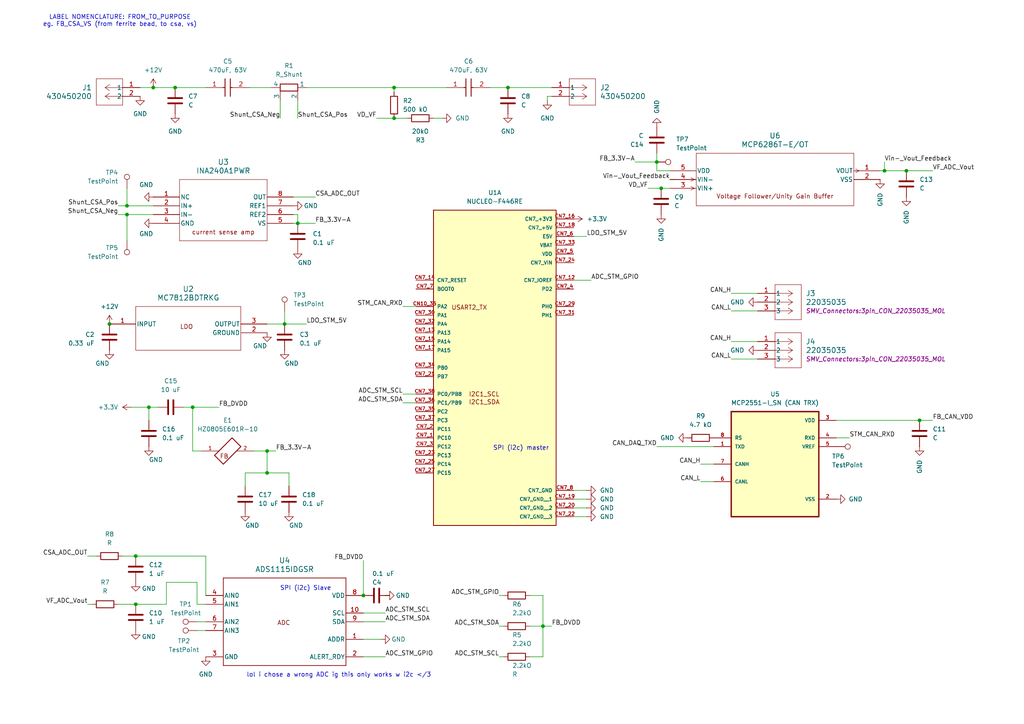
<source format=kicad_sch>
(kicad_sch (version 20250114) (generator "eeschema") (generator_version "9.0")
  (paper "A4")
  (lib_symbols
    (symbol "Connector:TestPoint" (pin_numbers (hide yes)) (pin_names (offset 0.762) (hide yes))
      (property "Reference" "TP" (at 0 6.858 0))
      (property "Value" "TestPoint" (at 0 5.08 0))
      (symbol "TestPoint_1_1"
        (pin passive line (at 0 0 90) (length 2.54) (name "1") (number "1"))
      )
    )
    (symbol "Device:C" (pin_numbers (hide yes)) (pin_names (offset 0.254))
      (property "Reference" "C" (at 0.635 2.54 0))
      (property "Value" "C" (at 0.635 -2.54 0))
      (symbol "C_1_1"
        (pin passive line (at 0 3.81 270) (length 2.794) (name "~") (number "1"))
        (pin passive line (at 0 -3.81 90) (length 2.794) (name "~") (number "2"))
      )
    )
    (symbol "Device:R" (pin_numbers (hide yes)) (pin_names (offset 0))
      (property "Reference" "R" (at 2.032 0 90))
      (property "Value" "R" (at 0 0 90))
      (symbol "R_1_1"
        (pin passive line (at 0 3.81 270) (length 1.27) (name "~") (number "1"))
        (pin passive line (at 0 -3.81 90) (length 1.27) (name "~") (number "2"))
      )
    )
    (symbol "Device:R_Shunt" (pin_numbers (hide yes)) (pin_names (offset 0))
      (property "Reference" "R" (at -4.445 0 90))
      (property "Value" "R_Shunt" (at -2.54 0 90))
      (symbol "R_Shunt_1_1"
        (pin passive line (at 0 5.08 270) (length 2.54) (name "1") (number "1"))
        (pin passive line (at 0 -5.08 90) (length 2.54) (name "4") (number "4"))
        (pin passive line (at 3.81 2.54 180) (length 2.54) (name "2") (number "2"))
        (pin passive line (at 3.81 -2.54 180) (length 2.54) (name "3") (number "3"))
      )
    )
    (symbol "SMV_Custom:3-pin Mini Molex Spox" (pin_names (offset 0.254))
      (property "Reference" "J" (at 8.89 6.35 0))
      (property "Value" "22035035" (at -3.81 3.81 0))
      (property "Footprint" "SMV_Connectors:3pin_CON_22035035_MOL" (at 0 0 0))
      (symbol "3-pin Mini Molex Spox_1_1"
        (pin unspecified line (at 0 0 0) (length 5.08) (name "1") (number "1"))
        (pin unspecified line (at 0 -2.54 0) (length 5.08) (name "2") (number "2"))
        (pin unspecified line (at 0 -5.08 0) (length 5.08) (name "3") (number "3"))
      )
      (symbol "3-pin Mini Molex Spox_1_2"
        (pin unspecified line (at 0 0 0) (length 5.08) (name "1") (number "1"))
        (pin unspecified line (at 0 -2.54 0) (length 5.08) (name "2") (number "2"))
        (pin unspecified line (at 0 -5.08 0) (length 5.08) (name "3") (number "3"))
      )
    )
    (symbol "SMV_Custom:430450200" (pin_names (offset 0.254))
      (property "Reference" "J" (at 8.89 6.35 0))
      (property "Value" "430450200" (at -3.048 -7.62 0))
      (symbol "430450200_1_1"
        (pin unspecified line (at 0 0 0) (length 5.08) (name "1") (number "1"))
        (pin unspecified line (at 0 -2.54 0) (length 5.08) (name "2") (number "2"))
      )
      (symbol "430450200_1_2"
        (pin unspecified line (at 0 0 0) (length 5.08) (name "1") (number "1"))
        (pin unspecified line (at 0 -2.54 0) (length 5.08) (name "2") (number "2"))
      )
    )
    (symbol "SMV_Custom:ADS1115IDGSR" (pin_names (offset 0.254))
      (property "Reference" "U4" (at 0 17.78 0))
      (property "Value" "ADS1115IDGSR" (at 0 15.24 0))
      (symbol "ADS1115IDGSR_0_1"
        (pin power_in line (at -22.86 7.62 0) (length 5.08) (name "VDD") (number "8"))
        (pin input line (at -22.86 2.54 0) (length 5.08) (name "SCL") (number "10"))
        (pin bidirectional line (at -22.86 0 0) (length 5.08) (name "SDA") (number "9"))
        (pin input line (at -22.86 -5.08 0) (length 5.08) (name "ADDR") (number "1"))
        (pin output line (at -22.86 -10.16 0) (length 5.08) (name "ALERT_RDY") (number "2"))
        (pin input line (at 22.86 7.62 180) (length 5.08) (name "AIN0") (number "4"))
        (pin input line (at 22.86 5.08 180) (length 5.08) (name "AIN1") (number "5"))
        (pin input line (at 22.86 0 180) (length 5.08) (name "AIN2") (number "6"))
        (pin input line (at 22.86 -2.54 180) (length 5.08) (name "AIN3") (number "7"))
        (pin power_in line (at 22.86 -10.16 180) (length 5.08) (name "GND") (number "3"))
      )
      (symbol "ADS1115IDGSR_1_1"
        (text "ADC" (at 0.254 -0.254 0) (effects (font (size 1.27 1.27))))
      )
    )
    (symbol "SMV_Custom:Big_Chunky_Cap2" (pin_names (hide yes))
      (property "Reference" "C" (at 5.842 4.318 0))
      (property "Value" "470uF, 63V" (at 8.89 3.81 0))
      (symbol "Big_Chunky_Cap2_1_1"
        (pin passive line (at 0 0 0) (length 5.08) (name "1") (number "1"))
        (pin passive line (at 12.7 0 180) (length 5.08) (name "2") (number "2"))
      )
    )
    (symbol "SMV_Custom:CSA-INA240A1PWR" (pin_names (offset 0.254))
      (property "Reference" "U3" (at 20.32 10.16 0))
      (property "Value" "INA240A1PWR" (at 20.32 7.62 0))
      (symbol "CSA-INA240A1PWR_0_1"
        (pin unspecified line (at 0 0 0) (length 7.62) (name "NC") (number "1"))
        (pin input line (at 0 -2.54 0) (length 7.62) (name "IN+") (number "2"))
        (pin input line (at 0 -5.08 0) (length 7.62) (name "IN-") (number "3"))
        (pin power_in line (at 0 -7.62 0) (length 7.62) (name "GND") (number "4"))
        (pin output line (at 40.64 0 180) (length 7.62) (name "OUT") (number "8"))
        (pin input line (at 40.64 -2.54 180) (length 7.62) (name "REF1") (number "7"))
        (pin input line (at 40.64 -5.08 180) (length 7.62) (name "REF2") (number "6"))
        (pin power_in line (at 40.64 -7.62 180) (length 7.62) (name "VS") (number "5"))
      )
      (symbol "CSA-INA240A1PWR_1_1"
        (text "current sense amp\n" (at 20.32 -10.16 0) (effects (font (size 1.27 1.27))))
      )
    )
    (symbol "SMV_Custom:HZ0805E601R-10" (pin_names (offset 1.016))
      (property "Reference" "E" (at -7.6244 5.0815 0))
      (property "Value" "HZ0805E601R-10" (at -7.63 -7.6266 0))
      (symbol "HZ0805E601R-10_0_0"
        (pin passive line (at -7.62 0 0) (length 5.08) (name "~") (number "1"))
        (pin passive line (at 7.62 0 180) (length 5.08) (name "~") (number "2"))
      )
      (symbol "HZ0805E601R-10_1_1"
        (text "FB" (at -1.016 -1.524 0) (effects (font (size 1.27 1.27))))
      )
    )
    (symbol "SMV_Custom:MC7812BDTRKG" (pin_names (offset 0.254))
      (property "Reference" "U" (at 22.86 10.16 0))
      (property "Value" "MC7812BDTRKG" (at 22.86 7.62 0))
      (symbol "MC7812BDTRKG_0_1"
        (pin input line (at 0 0 0) (length 7.62) (name "INPUT") (number "1"))
        (pin output line (at 45.72 0 180) (length 7.62) (name "OUTPUT") (number "3"))
        (pin power_in line (at 45.72 -2.54 180) (length 7.62) (name "GROUND") (number "2"))
      )
      (symbol "MC7812BDTRKG_1_1"
        (text "LDO\n" (at 22.352 -0.762 0) (effects (font (size 1.27 1.27))))
      )
    )
    (symbol "SMV_Custom:MCP2551-I_SN (CAN TRX)" (pin_names (offset 1.016))
      (property "Reference" "U" (at -12.7 16.24 0))
      (property "Value" "MCP2551-I_SN (CAN TRX)" (at -12.7 -19.24 0))
      (symbol "MCP2551-I_SN (CAN TRX)_0_0"
        (pin input line (at -17.78 7.62 0) (length 5.08) (name "RS") (number "8"))
        (pin input line (at -17.78 5.08 0) (length 5.08) (name "TXD") (number "1"))
        (pin bidirectional line (at -17.78 0 0) (length 5.08) (name "CANH") (number "7"))
        (pin bidirectional line (at -17.78 -5.08 0) (length 5.08) (name "CANL") (number "6"))
        (pin power_in line (at 17.78 12.7 180) (length 5.08) (name "VDD") (number "3"))
        (pin output line (at 17.78 7.62 180) (length 5.08) (name "RXD") (number "4"))
        (pin output line (at 17.78 5.08 180) (length 5.08) (name "VREF") (number "5"))
        (pin power_in line (at 17.78 -10.16 180) (length 5.08) (name "VSS") (number "2"))
      )
    )
    (symbol "SMV_Custom:MCP6286T-E_OT" (pin_names (offset 0.254))
      (property "Reference" "U6" (at 30.48 10.16 0))
      (property "Value" "MCP6286T-E/OT" (at 30.48 7.62 0))
      (symbol "MCP6286T-E_OT_0_1"
        (pin output line (at 0 0 0) (length 7.62) (name "VOUT") (number "1"))
        (pin power_in line (at 0 -2.54 0) (length 7.62) (name "VSS") (number "2"))
        (pin power_in line (at 60.96 0 180) (length 7.62) (name "VDD") (number "5"))
        (pin input line (at 60.96 -2.54 180) (length 7.62) (name "VIN-") (number "4"))
        (pin input line (at 60.96 -5.08 180) (length 7.62) (name "VIN+") (number "3"))
      )
      (symbol "MCP6286T-E_OT_1_1"
        (text "Voltage Follower/Unity Gain Buffer" (at 30.48 -7.366 0) (effects (font (size 1.27 1.27))))
      )
    )
    (symbol "SMV_Custom:NUCLEO-F446RE" (pin_names (offset 1.016))
      (property "Reference" "U1" (at 0 45.72 0))
      (property "Value" "NUCLEO-F446RE" (at 0 43.18 0))
      (symbol "NUCLEO-F446RE_0_1"
        (text " USART2_TX" (at -7.874 12.446 0) (effects (font (size 1.27 1.27))))
        (text " I2C1_SCL" (at -3.556 -12.7 0) (effects (font (size 1.27 1.27))))
        (text "I2C1_SDA" (at -3.048 -14.986 0) (effects (font (size 1.27 1.27))))
      )
      (symbol "NUCLEO-F446RE_1_0"
        (pin bidirectional line (at -22.86 20.32 0) (length 5.08) (name "CN7_RESET") (number "CN7_14"))
        (pin bidirectional line (at -22.86 17.78 0) (length 5.08) (name "BOOT0") (number "CN7_7"))
        (pin bidirectional line (at -22.86 12.7 0) (length 5.08) (name "PA2") (number "CN10_35"))
        (pin bidirectional line (at -22.86 10.16 0) (length 5.08) (name "PA1") (number "CN7_30"))
        (pin bidirectional line (at -22.86 7.62 0) (length 5.08) (name "PA4") (number "CN7_32"))
        (pin bidirectional line (at -22.86 5.08 0) (length 5.08) (name "PA13") (number "CN7_13"))
        (pin bidirectional line (at -22.86 2.54 0) (length 5.08) (name "PA14") (number "CN7_15"))
        (pin bidirectional line (at -22.86 0 0) (length 5.08) (name "PA15") (number "CN7_17"))
        (pin bidirectional line (at -22.86 -5.08 0) (length 5.08) (name "PB0") (number "CN7_34"))
        (pin bidirectional line (at -22.86 -7.62 0) (length 5.08) (name "PB7") (number "CN7_21"))
        (pin bidirectional line (at -22.86 -12.7 0) (length 5.08) (name "PC0/PB8") (number "CN7_38"))
        (pin bidirectional line (at -22.86 -15.24 0) (length 5.08) (name "PC1/PB9") (number "CN7_36"))
        (pin bidirectional line (at -22.86 -17.78 0) (length 5.08) (name "PC2") (number "CN7_35"))
        (pin bidirectional line (at -22.86 -20.32 0) (length 5.08) (name "PC3") (number "CN7_37"))
        (pin bidirectional line (at -22.86 -22.86 0) (length 5.08) (name "PC11") (number "CN7_2"))
        (pin bidirectional line (at -22.86 -25.4 0) (length 5.08) (name "PC10") (number "CN7_1"))
        (pin bidirectional line (at -22.86 -27.94 0) (length 5.08) (name "PC12") (number "CN7_3"))
        (pin bidirectional line (at -22.86 -30.48 0) (length 5.08) (name "PC13") (number "CN7_23"))
        (pin bidirectional line (at -22.86 -33.02 0) (length 5.08) (name "PC14") (number "CN7_25"))
        (pin bidirectional line (at -22.86 -35.56 0) (length 5.08) (name "PC15") (number "CN7_27"))
        (pin power_in line (at 22.86 38.1 180) (length 5.08) (name "CN7_+3V3") (number "CN7_16"))
        (pin power_in line (at 22.86 35.56 180) (length 5.08) (name "CN7_+5V") (number "CN7_18"))
        (pin power_in line (at 22.86 33.02 180) (length 5.08) (name "E5V") (number "CN7_6"))
        (pin power_in line (at 22.86 30.48 180) (length 5.08) (name "VBAT") (number "CN7_33"))
        (pin power_in line (at 22.86 27.94 180) (length 5.08) (name "VDD") (number "CN7_5"))
        (pin power_in line (at 22.86 25.4 180) (length 5.08) (name "CN7_VIN") (number "CN7_24"))
        (pin bidirectional line (at 22.86 20.32 180) (length 5.08) (name "CN7_IOREF") (number "CN7_12"))
        (pin bidirectional line (at 22.86 17.78 180) (length 5.08) (name "PD2") (number "CN7_4"))
        (pin bidirectional line (at 22.86 12.7 180) (length 5.08) (name "PH0") (number "CN7_29"))
        (pin bidirectional line (at 22.86 10.16 180) (length 5.08) (name "PH1") (number "CN7_31"))
        (pin power_in line (at 22.86 -40.64 180) (length 5.08) (name "CN7_GND") (number "CN7_8"))
        (pin power_in line (at 22.86 -43.18 180) (length 5.08) (name "CN7_GND__1") (number "CN7_19"))
        (pin power_in line (at 22.86 -45.72 180) (length 5.08) (name "CN7_GND__2") (number "CN7_20"))
        (pin power_in line (at 22.86 -48.26 180) (length 5.08) (name "CN7_GND__3") (number "CN7_22"))
      )
      (symbol "NUCLEO-F446RE_2_0"
        (pin bidirectional line (at -17.78 27.94 0) (length 5.08) (name "PA2") (number "CN10_35"))
        (pin bidirectional line (at -17.78 25.4 0) (length 5.08) (name "PA3") (number "CN10_37"))
        (pin bidirectional line (at -17.78 22.86 0) (length 5.08) (name "PA5") (number "CN10_11"))
        (pin bidirectional line (at -17.78 20.32 0) (length 5.08) (name "PA6") (number "CN10_13"))
        (pin bidirectional line (at -17.78 17.78 0) (length 5.08) (name "PA7") (number "CN10_15"))
        (pin bidirectional line (at -17.78 15.24 0) (length 5.08) (name "PA8") (number "CN10_23"))
        (pin bidirectional line (at -17.78 12.7 0) (length 5.08) (name "PA9") (number "CN10_21"))
        (pin bidirectional line (at -17.78 10.16 0) (length 5.08) (name "PA10") (number "CN10_33"))
        (pin bidirectional line (at -17.78 7.62 0) (length 5.08) (name "PA11") (number "CN10_14"))
        (pin bidirectional line (at -17.78 5.08 0) (length 5.08) (name "PA12") (number "CN10_12"))
        (pin bidirectional line (at -17.78 0 0) (length 5.08) (name "PB1") (number "CN10_24"))
        (pin bidirectional line (at -17.78 -2.54 0) (length 5.08) (name "PB2") (number "CN10_22"))
        (pin bidirectional line (at -17.78 -5.08 0) (length 5.08) (name "PB3") (number "CN10_31"))
        (pin bidirectional line (at -17.78 -7.62 0) (length 5.08) (name "PB4") (number "CN10_27"))
        (pin bidirectional line (at -17.78 -10.16 0) (length 5.08) (name "PB5") (number "CN10_29"))
        (pin bidirectional line (at -17.78 -12.7 0) (length 5.08) (name "PB6") (number "CN10_17"))
        (pin bidirectional line (at -17.78 -15.24 0) (length 5.08) (name "PB8") (number "CN10_3"))
        (pin bidirectional line (at -17.78 -17.78 0) (length 5.08) (name "PB9") (number "CN10_5"))
        (pin bidirectional line (at -17.78 -20.32 0) (length 5.08) (name "PB10") (number "CN10_25"))
        (pin bidirectional line (at -17.78 -22.86 0) (length 5.08) (name "PB12") (number "CN10_16"))
        (pin bidirectional line (at -17.78 -25.4 0) (length 5.08) (name "PB13") (number "CN10_30"))
        (pin bidirectional line (at -17.78 -27.94 0) (length 5.08) (name "PB14") (number "CN10_28"))
        (pin bidirectional line (at -17.78 -30.48 0) (length 5.08) (name "PB15") (number "CN10_26"))
        (pin power_in line (at 17.78 35.56 180) (length 5.08) (name "AVDD") (number "CN10_7"))
        (pin power_in line (at 17.78 33.02 180) (length 5.08) (name "U5V") (number "CN10_8"))
        (pin bidirectional line (at 17.78 27.94 180) (length 5.08) (name "PC4") (number "CN10_34"))
        (pin bidirectional line (at 17.78 25.4 180) (length 5.08) (name "PC5") (number "CN10_6"))
        (pin bidirectional line (at 17.78 22.86 180) (length 5.08) (name "PC6") (number "CN10_4"))
        (pin bidirectional line (at 17.78 20.32 180) (length 5.08) (name "PC7") (number "CN10_19"))
        (pin bidirectional line (at 17.78 17.78 180) (length 5.08) (name "PC8") (number "CN10_2"))
        (pin bidirectional line (at 17.78 15.24 180) (length 5.08) (name "PC9") (number "CN10_1"))
        (pin power_in line (at 17.78 -35.56 180) (length 5.08) (name "AGND") (number "CN10_32"))
        (pin power_in line (at 17.78 -38.1 180) (length 5.08) (name "CN10_GND") (number "CN10_9"))
        (pin power_in line (at 17.78 -40.64 180) (length 5.08) (name "CN10_GND__1") (number "CN10_20"))
      )
      (symbol "NUCLEO-F446RE_3_0"
        (pin bidirectional line (at -20.32 -2.54 0) (length 5.08) (name "CN6_RESET") (number "CN6_3"))
        (pin bidirectional line (at -20.32 -5.08 0) (length 5.08) (name "CN6_IOREF") (number "CN6_2"))
        (pin power_in line (at 20.32 7.62 180) (length 5.08) (name "CN6_VIN") (number "CN6_8"))
        (pin power_in line (at 20.32 5.08 180) (length 5.08) (name "CN6_+5V") (number "CN6_5"))
        (pin power_in line (at 20.32 2.54 180) (length 5.08) (name "CN6_+3V3") (number "CN6_4"))
        (pin power_in line (at 20.32 -10.16 180) (length 5.08) (name "CN6_GND") (number "CN6_6"))
        (pin power_in line (at 20.32 -12.7 180) (length 5.08) (name "CN6_GND__1") (number "CN6_7"))
      )
      (symbol "NUCLEO-F446RE_4_0"
        (pin input line (at -10.16 10.16 0) (length 5.08) (name "D0") (number "CN9_1"))
        (pin output line (at -10.16 7.62 0) (length 5.08) (name "D1") (number "CN9_2"))
        (pin bidirectional line (at -10.16 2.54 0) (length 5.08) (name "D2") (number "CN9_3"))
        (pin bidirectional line (at -10.16 0 0) (length 5.08) (name "D3") (number "CN9_4"))
        (pin bidirectional line (at -10.16 -2.54 0) (length 5.08) (name "D4") (number "CN9_5"))
        (pin bidirectional line (at -10.16 -5.08 0) (length 5.08) (name "D5") (number "CN9_6"))
        (pin bidirectional line (at -10.16 -7.62 0) (length 5.08) (name "D6") (number "CN9_7"))
        (pin bidirectional line (at -10.16 -10.16 0) (length 5.08) (name "D7") (number "CN9_8"))
      )
      (symbol "NUCLEO-F446RE_5_0"
        (pin input line (at -10.16 5.08 0) (length 5.08) (name "A0") (number "CN8_1"))
        (pin input line (at -10.16 2.54 0) (length 5.08) (name "A1") (number "CN8_2"))
        (pin input line (at -10.16 0 0) (length 5.08) (name "A2") (number "CN8_3"))
        (pin input line (at -10.16 -2.54 0) (length 5.08) (name "A3") (number "CN8_4"))
        (pin input line (at -10.16 -5.08 0) (length 5.08) (name "A4") (number "CN8_5"))
        (pin input line (at -10.16 -7.62 0) (length 5.08) (name "A5") (number "CN8_6"))
      )
      (symbol "NUCLEO-F446RE_6_0"
        (pin bidirectional line (at -15.24 7.62 0) (length 5.08) (name "D8") (number "CN5_1"))
        (pin bidirectional line (at -15.24 5.08 0) (length 5.08) (name "D9") (number "CN5_2"))
        (pin bidirectional line (at -15.24 2.54 0) (length 5.08) (name "D10") (number "CN5_3"))
        (pin bidirectional line (at -15.24 0 0) (length 5.08) (name "D11") (number "CN5_4"))
        (pin bidirectional line (at -15.24 -2.54 0) (length 5.08) (name "D12") (number "CN5_5"))
        (pin bidirectional clock (at -15.24 -5.08 0) (length 5.08) (name "D13") (number "CN5_6"))
        (pin bidirectional line (at -15.24 -7.62 0) (length 5.08) (name "D14") (number "CN5_9"))
        (pin bidirectional clock (at -15.24 -10.16 0) (length 5.08) (name "D15") (number "CN5_10"))
        (pin power_in line (at 15.24 12.7 180) (length 5.08) (name "AREF") (number "CN5_8"))
        (pin power_in line (at 15.24 -15.24 180) (length 5.08) (name "CN5_GND") (number "CN5_7"))
      )
    )
    (symbol "power:+12V" (power) (pin_numbers (hide yes)) (pin_names (offset 0) (hide yes))
      (property "Value" "+12V" (at 0 3.556 0))
      (symbol "+12V_1_1"
        (pin power_in line (at 0 0 90) (length 0) (name "~") (number "1"))
      )
    )
    (symbol "power:+3.3V" (power) (pin_numbers (hide yes)) (pin_names (offset 0) (hide yes))
      (property "Value" "+3.3V" (at 0 3.556 0))
      (symbol "+3.3V_1_1"
        (pin power_in line (at 0 0 90) (length 0) (name "~") (number "1"))
      )
    )
    (symbol "power:GND" (power) (pin_numbers (hide yes)) (pin_names (offset 0) (hide yes))
      (property "Value" "GND" (at 0 -3.81 0))
      (symbol "GND_1_1"
        (pin power_in line (at 0 0 270) (length 0) (name "~") (number "1"))
      )
    )
  )
  (text "lol i chose a wrong ADC ig this only works w i2c </3\n" (at 98.298 195.834 0) (effects (font (size 1.27 1.27))))
  (text "SPI (i2c) master" (at 151.13 130.048 0) (effects (font (size 1.27 1.27))))
  (text "SPI (i2c) Slave\n" (at 88.646 170.688 0) (effects (font (size 1.27 1.27))))
  (text "LABEL NOMENCLATURE: FROM_TO_PURPOSE\neg. FB_CSA_VS (from ferrite bead, to csa, vs)" (at 34.798 6.096 0) (effects (font (size 1.27 1.27))))
  (junction (at 43.18 118.11))
  (junction (at 31.75 93.98))
  (junction (at 114.3 34.29))
  (junction (at 190.5 46.99))
  (junction (at 114.3 25.4))
  (junction (at 262.89 49.53))
  (junction (at 157.48 181.61))
  (junction (at 77.47 130.81))
  (junction (at 36.83 59.69))
  (junction (at 86.36 64.77))
  (junction (at 39.37 161.29))
  (junction (at 266.7 121.92))
  (junction (at 82.55 93.98))
  (junction (at 39.37 175.26))
  (junction (at 191.77 54.61))
  (junction (at 44.45 25.4))
  (junction (at 105.41 172.72))
  (junction (at 147.32 25.4))
  (junction (at 77.47 137.16))
  (junction (at 50.8 25.4))
  (junction (at 36.83 62.23))
  (junction (at 256.54 49.53))
  (junction (at 55.88 118.11))
  (wire (pts (xy 190.5 46.99) (xy 190.5 49.53)))
  (wire (pts (xy 85.09 62.23) (xy 86.36 62.23)))
  (wire (pts (xy 105.41 180.34) (xy 111.76 180.34)))
  (wire (pts (xy 270.51 121.92) (xy 266.7 121.92)))
  (wire (pts (xy 157.48 181.61) (xy 153.67 181.61)))
  (wire (pts (xy 36.83 62.23) (xy 36.83 69.85)))
  (wire (pts (xy 157.48 172.72) (xy 153.67 172.72)))
  (wire (pts (xy 190.5 44.45) (xy 190.5 46.99)))
  (wire (pts (xy 166.37 142.24) (xy 170.18 142.24)))
  (wire (pts (xy 82.55 90.17) (xy 82.55 93.98)))
  (wire (pts (xy 77.47 130.81) (xy 77.47 137.16)))
  (wire (pts (xy 36.83 54.61) (xy 36.83 59.69)))
  (wire (pts (xy 72.39 25.4) (xy 78.74 25.4)))
  (wire (pts (xy 71.12 137.16) (xy 71.12 140.97)))
  (wire (pts (xy 50.8 25.4) (xy 59.69 25.4)))
  (wire (pts (xy 73.66 130.81) (xy 77.47 130.81)))
  (wire (pts (xy 40.64 25.4) (xy 44.45 25.4)))
  (wire (pts (xy 35.56 161.29) (xy 39.37 161.29)))
  (wire (pts (xy 105.41 185.42) (xy 110.49 185.42)))
  (wire (pts (xy 116.84 116.84) (xy 120.65 116.84)))
  (wire (pts (xy 86.36 64.77) (xy 85.09 64.77)))
  (wire (pts (xy 43.18 118.11) (xy 43.18 121.92)))
  (wire (pts (xy 86.36 62.23) (xy 86.36 64.77)))
  (wire (pts (xy 114.3 26.67) (xy 114.3 25.4)))
  (wire (pts (xy 85.09 57.15) (xy 91.44 57.15)))
  (wire (pts (xy 191.77 54.61) (xy 194.31 54.61)))
  (wire (pts (xy 184.15 46.99) (xy 190.5 46.99)))
  (wire (pts (xy 86.36 34.29) (xy 86.36 29.21)))
  (wire (pts (xy 25.4 161.29) (xy 27.94 161.29)))
  (wire (pts (xy 77.47 137.16) (xy 83.82 137.16)))
  (wire (pts (xy 59.69 175.26) (xy 57.15 175.26)))
  (wire (pts (xy 57.15 175.26) (xy 57.15 168.91)))
  (wire (pts (xy 266.7 121.92) (xy 242.57 121.92)))
  (wire (pts (xy 55.88 118.11) (xy 53.34 118.11)))
  (wire (pts (xy 88.9 93.98) (xy 82.55 93.98)))
  (wire (pts (xy 187.96 54.61) (xy 191.77 54.61)))
  (wire (pts (xy 38.1 118.11) (xy 43.18 118.11)))
  (wire (pts (xy 166.37 147.32) (xy 170.18 147.32)))
  (wire (pts (xy 55.88 118.11) (xy 55.88 130.81)))
  (wire (pts (xy 116.84 88.9) (xy 120.65 88.9)))
  (wire (pts (xy 256.54 46.99) (xy 256.54 49.53)))
  (wire (pts (xy 63.5 118.11) (xy 55.88 118.11)))
  (wire (pts (xy 146.05 172.72) (xy 144.78 172.72)))
  (wire (pts (xy 242.57 127) (xy 246.38 127)))
  (wire (pts (xy 158.75 27.94) (xy 160.02 27.94)))
  (wire (pts (xy 36.83 59.69) (xy 44.45 59.69)))
  (wire (pts (xy 158.75 29.21) (xy 158.75 27.94)))
  (wire (pts (xy 43.18 118.11) (xy 45.72 118.11)))
  (wire (pts (xy 160.02 181.61) (xy 157.48 181.61)))
  (wire (pts (xy 116.84 114.3) (xy 120.65 114.3)))
  (wire (pts (xy 147.32 25.4) (xy 160.02 25.4)))
  (wire (pts (xy 125.73 34.29) (xy 128.27 34.29)))
  (wire (pts (xy 166.37 81.28) (xy 171.45 81.28)))
  (wire (pts (xy 212.09 99.06) (xy 219.71 99.06)))
  (wire (pts (xy 262.89 49.53) (xy 270.51 49.53)))
  (wire (pts (xy 203.2 134.62) (xy 207.01 134.62)))
  (wire (pts (xy 157.48 190.5) (xy 153.67 190.5)))
  (wire (pts (xy 166.37 144.78) (xy 170.18 144.78)))
  (wire (pts (xy 57.15 182.88) (xy 59.69 182.88)))
  (wire (pts (xy 256.54 49.53) (xy 262.89 49.53)))
  (wire (pts (xy 190.5 129.54) (xy 207.01 129.54)))
  (wire (pts (xy 118.11 34.29) (xy 114.3 34.29)))
  (wire (pts (xy 34.29 59.69) (xy 36.83 59.69)))
  (wire (pts (xy 71.12 137.16) (xy 77.47 137.16)))
  (wire (pts (xy 255.27 49.53) (xy 256.54 49.53)))
  (wire (pts (xy 212.09 85.09) (xy 219.71 85.09)))
  (wire (pts (xy 48.26 168.91) (xy 48.26 175.26)))
  (wire (pts (xy 157.48 181.61) (xy 157.48 190.5)))
  (wire (pts (xy 26.67 175.26) (xy 25.4 175.26)))
  (wire (pts (xy 144.78 190.5) (xy 146.05 190.5)))
  (wire (pts (xy 34.29 62.23) (xy 36.83 62.23)))
  (wire (pts (xy 57.15 180.34) (xy 59.69 180.34)))
  (wire (pts (xy 166.37 68.58) (xy 170.18 68.58)))
  (wire (pts (xy 44.45 25.4) (xy 50.8 25.4)))
  (wire (pts (xy 39.37 161.29) (xy 59.69 161.29)))
  (wire (pts (xy 157.48 172.72) (xy 157.48 181.61)))
  (wire (pts (xy 57.15 168.91) (xy 48.26 168.91)))
  (wire (pts (xy 34.29 175.26) (xy 39.37 175.26)))
  (wire (pts (xy 212.09 104.14) (xy 219.71 104.14)))
  (wire (pts (xy 36.83 62.23) (xy 44.45 62.23)))
  (wire (pts (xy 203.2 139.7) (xy 207.01 139.7)))
  (wire (pts (xy 194.31 52.07) (xy 195.58 52.07)))
  (wire (pts (xy 48.26 175.26) (xy 39.37 175.26)))
  (wire (pts (xy 166.37 149.86) (xy 170.18 149.86)))
  (wire (pts (xy 212.09 90.17) (xy 219.71 90.17)))
  (wire (pts (xy 142.24 25.4) (xy 147.32 25.4)))
  (wire (pts (xy 190.5 49.53) (xy 194.31 49.53)))
  (wire (pts (xy 109.22 34.29) (xy 114.3 34.29)))
  (wire (pts (xy 113.03 172.72) (xy 111.76 172.72)))
  (wire (pts (xy 88.9 25.4) (xy 114.3 25.4)))
  (wire (pts (xy 59.69 161.29) (xy 59.69 172.72)))
  (wire (pts (xy 77.47 93.98) (xy 82.55 93.98)))
  (wire (pts (xy 83.82 137.16) (xy 83.82 140.97)))
  (wire (pts (xy 86.36 64.77) (xy 91.44 64.77)))
  (wire (pts (xy 114.3 25.4) (xy 129.54 25.4)))
  (wire (pts (xy 105.41 177.8) (xy 111.76 177.8)))
  (wire (pts (xy 105.41 190.5) (xy 111.76 190.5)))
  (wire (pts (xy 58.42 130.81) (xy 55.88 130.81)))
  (wire (pts (xy 81.28 34.29) (xy 81.28 29.21)))
  (wire (pts (xy 77.47 130.81) (xy 80.01 130.81)))
  (wire (pts (xy 105.41 162.56) (xy 105.41 172.72)))
  (wire (pts (xy 144.78 181.61) (xy 146.05 181.61)))
  (label "FB_DVDD" (at 105.41 162.56 180))
  (label "ADC_STM_GPIO" (at 144.78 172.72 180))
  (label "ADC_STM_GPIO" (at 171.45 81.28 0))
  (label "LDO_STM_5V" (at 170.18 68.58 0))
  (label "VD_VF" (at 109.22 34.29 180))
  (label "FB_CAN_VDD" (at 270.51 121.92 0))
  (label "CAN_H" (at 212.09 99.06 180))
  (label "FB_3.3V-A" (at 91.44 64.77 0))
  (label "ADC_STM_SCL" (at 144.78 190.5 180))
  (label "ADC_STM_SDA" (at 116.84 116.84 180))
  (label "ADC_STM_SDA" (at 111.76 180.34 0))
  (label "Vin-_Vout_Feedback" (at 194.31 52.07 180))
  (label "CAN_L" (at 212.09 104.14 180))
  (label "CAN_L" (at 212.09 90.17 180))
  (label "Shunt_CSA_Pos" (at 34.29 59.69 180))
  (label "CAN_H" (at 203.2 134.62 180))
  (label "STM_CAN_RXD" (at 116.84 88.9 180))
  (label "FB_DVDD" (at 160.02 181.61 0))
  (label "Shunt_CSA_Pos" (at 86.36 34.29 0))
  (label "CSA_ADC_OUT" (at 91.44 57.15 0))
  (label "VF_ADC_Vout" (at 270.51 49.53 0))
  (label "ADC_STM_SCL" (at 116.84 114.3 180))
  (label "STM_CAN_RXD" (at 246.38 127 0))
  (label "Shunt_CSA_Neg" (at 81.28 34.29 180))
  (label "CSA_ADC_OUT" (at 25.4 161.29 180))
  (label "LDO_STM_5V" (at 88.9 93.98 0))
  (label "Vin-_Vout_Feedback" (at 256.54 46.99 0))
  (label "CAN_L" (at 203.2 139.7 180))
  (label "FB_DVDD" (at 63.5 118.11 0))
  (label "FB_3.3V-A" (at 80.01 130.81 0))
  (label "VD_VF" (at 187.96 54.61 180))
  (label "ADC_STM_GPIO" (at 111.76 190.5 0))
  (label "FB_3.3V-A" (at 184.15 46.99 180))
  (label "VF_ADC_Vout" (at 25.4 175.26 180))
  (label "ADC_STM_SCL" (at 111.76 177.8 0))
  (label "Shunt_CSA_Neg" (at 34.29 62.23 180))
  (label "CAN_DAQ_TXD" (at 190.5 129.54 180))
  (label "CAN_H" (at 212.09 85.09 180))
  (label "ADC_STM_SDA" (at 144.78 181.61 180))
  (symbol (lib_id "power:+12V") (at 44.45 25.4 0) (unit 1)
    (property "Reference" "#PWR029" (effects (hide yes)))
    (property "Value" "+12V" (at 44.45 20.32 0))
    (property "Description" "Power symbol creates a global label with name \"+12V\"" (effects (hide yes)))
  )
  (symbol (lib_id "Device:C") (at 147.32 29.21 0) (unit 1)
    (property "Reference" "C8" (at 151.13 27.9399 0) (effects (justify left)))
    (property "Value" "C" (at 151.13 30.4799 0) (effects (justify left)))
    (property "Description" "Unpolarized capacitor" (effects (hide yes)))
  )
  (symbol (lib_id "Device:R") (at 121.92 34.29 90) (mirror x) (unit 1)
    (property "Reference" "R3" (at 121.92 40.64 90))
    (property "Value" "20kO" (at 121.92 38.1 90))
    (property "Description" "Resistor" (effects (hide yes)))
  )
  (symbol (lib_id "Device:R") (at 30.48 175.26 90) (unit 1)
    (property "Reference" "R7" (at 30.48 168.91 90))
    (property "Value" "R" (at 30.48 171.45 90))
    (property "Description" "Resistor" (effects (hide yes)))
  )
  (symbol (lib_id "power:GND") (at 266.7 129.54 0) (unit 1)
    (property "Reference" "#PWR021" (effects (hide yes)))
    (property "Value" "GND" (at 266.7001 133.35 90) (effects (justify right)))
    (property "Description" "Power symbol creates a global label with name \"GND\" , ground" (effects (hide yes)))
  )
  (symbol (lib_id "power:+3.3V") (at 166.37 63.5 270) (unit 1)
    (property "Reference" "#PWR034" (effects (hide yes)))
    (property "Value" "+3.3V" (at 170.18 63.4999 90) (effects (justify left)))
    (property "Description" "Power symbol creates a global label with name \"+3.3V\"" (effects (hide yes)))
  )
  (symbol (lib_id "Device:C") (at 39.37 165.1 0) (unit 1)
    (property "Reference" "C12" (at 43.18 163.8299 0) (effects (justify left)))
    (property "Value" "1 uF" (at 43.18 166.3699 0) (effects (justify left)))
    (property "Description" "Unpolarized capacitor" (effects (hide yes)))
  )
  (symbol (lib_id "power:GND") (at 71.12 148.59 0) (mirror y) (unit 1)
    (property "Reference" "#PWR037" (effects (hide yes)))
    (property "Value" "GND" (at 71.1199 152.4 0) (effects (justify right)))
    (property "Description" "Power symbol creates a global label with name \"GND\" , ground" (effects (hide yes)))
  )
  (symbol (lib_id "SMV_Custom:HZ0805E601R-10") (at 66.04 130.81 0) (unit 1)
    (property "Reference" "E1" (at 66.04 121.92 0))
    (property "Value" "HZ0805E601R-10" (at 66.04 124.46 0))
    (property "Footprint" "HZ0805E601R-10:FB_HZ0805E601R-10" (effects (hide yes)))
    (property "STANDARD" "Manufacturer Recommendations" (effects (hide yes)))
    (property "MAXIMUM_PACKAGE_HEIGHT" "1.1 mm" (effects (hide yes)))
    (property "MANUFACTURER" "Laird" (effects (hide yes)))
  )
  (symbol (lib_id "power:GND") (at 147.32 33.02 0) (mirror y) (unit 1)
    (property "Reference" "#PWR015" (effects (hide yes)))
    (property "Value" "GND" (at 147.32 38.1 0))
    (property "Description" "Power symbol creates a global label with name \"GND\" , ground" (effects (hide yes)))
  )
  (symbol (lib_id "power:GND") (at 158.75 29.21 0) (unit 1)
    (property "Reference" "#PWR06" (effects (hide yes)))
    (property "Value" "GND" (at 158.75 34.29 0))
    (property "Description" "Power symbol creates a global label with name \"GND\" , ground" (effects (hide yes)))
  )
  (symbol (lib_id "Device:C") (at 191.77 58.42 0) (unit 1)
    (property "Reference" "C9" (at 195.58 57.1499 0) (effects (justify left)))
    (property "Value" "C" (at 195.58 59.6899 0) (effects (justify left)))
    (property "Description" "Unpolarized capacitor" (effects (hide yes)))
  )
  (symbol (lib_id "Device:R") (at 31.75 161.29 90) (unit 1)
    (property "Reference" "R8" (at 31.75 154.94 90))
    (property "Value" "R" (at 31.75 157.48 90))
    (property "Description" "Resistor" (effects (hide yes)))
  )
  (symbol (lib_id "power:GND") (at 44.45 64.77 270) (mirror x) (unit 1)
    (property "Reference" "#PWR02" (effects (hide yes)))
    (property "Value" "GND" (at 44.45 67.818 90) (effects (justify right)))
    (property "Description" "Power symbol creates a global label with name \"GND\" , ground" (effects (hide yes)))
  )
  (symbol (lib_id "Connector:TestPoint") (at 36.83 69.85 0) (mirror x) (unit 1)
    (property "Reference" "TP5" (at 34.29 71.8819 0) (effects (justify right)))
    (property "Value" "TestPoint" (at 34.29 74.4219 0) (effects (justify right)))
    (property "Description" "test point" (effects (hide yes)))
  )
  (symbol (lib_id "Device:C") (at 49.53 118.11 270) (unit 1)
    (property "Reference" "C15" (at 49.53 110.49 90))
    (property "Value" "10 uF" (at 49.53 113.03 90))
    (property "Description" "Unpolarized capacitor" (effects (hide yes)))
  )
  (symbol (lib_id "power:GND") (at 111.76 172.72 90) (mirror x) (unit 1)
    (property "Reference" "#PWR011" (effects (hide yes)))
    (property "Value" "GND" (at 116.84 172.72 90))
    (property "Description" "Power symbol creates a global label with name \"GND\" , ground" (effects (hide yes)))
  )
  (symbol (lib_id "Device:R") (at 149.86 190.5 270) (unit 1)
    (property "Reference" "2.2kO" (at 148.59 193.0399 90) (effects (justify left)))
    (property "Value" "R" (at 148.59 195.5799 90) (effects (justify left)))
    (property "Description" "Resistor" (effects (hide yes)))
  )
  (symbol (lib_id "Device:R") (at 149.86 172.72 270) (unit 1)
    (property "Reference" "R6" (at 148.59 175.2599 90) (effects (justify left)))
    (property "Value" "2.2kO" (at 148.59 177.7999 90) (effects (justify left)))
    (property "Description" "Resistor" (effects (hide yes)))
  )
  (symbol (lib_id "power:+3.3V") (at 38.1 118.11 90) (unit 1)
    (property "Reference" "#PWR035" (effects (hide yes)))
    (property "Value" "+3.3V" (at 34.29 118.1101 90) (effects (justify left)))
    (property "Description" "Power symbol creates a global label with name \"+3.3V\"" (effects (hide yes)))
  )
  (symbol (lib_id "power:GND") (at 255.27 52.07 0) (unit 1)
    (property "Reference" "#PWR09" (effects (hide yes)))
    (property "Value" "GND" (at 255.2701 55.88 90) (effects (justify right)))
    (property "Description" "Power symbol creates a global label with name \"GND\" , ground" (effects (hide yes)))
  )
  (symbol (lib_id "Connector:TestPoint") (at 82.55 90.17 0) (unit 1)
    (property "Reference" "TP3" (at 85.09 85.5979 0) (effects (justify left)))
    (property "Value" "TestPoint" (at 85.09 88.1379 0) (effects (justify left)))
    (property "Description" "test point" (effects (hide yes)))
  )
  (symbol (lib_id "power:GND") (at 242.57 144.78 90) (unit 1)
    (property "Reference" "#PWR020" (effects (hide yes)))
    (property "Value" "GND" (at 246.126 144.78 90) (effects (justify right)))
    (property "Description" "Power symbol creates a global label with name \"GND\" , ground" (effects (hide yes)))
  )
  (symbol (lib_id "Device:C") (at 82.55 97.79 0) (unit 1)
    (property "Reference" "C3" (at 86.868 97.028 0) (effects (justify left)))
    (property "Value" "0.1 uF" (at 86.868 99.568 0) (effects (justify left)))
    (property "Description" "Unpolarized capacitor" (effects (hide yes)))
  )
  (symbol (lib_id "Connector:TestPoint") (at 57.15 182.88 90) (unit 1)
    (property "Reference" "TP2" (at 53.34 185.928 90))
    (property "Value" "TestPoint" (at 53.34 188.468 90))
    (property "Description" "test point" (effects (hide yes)))
  )
  (symbol (lib_id "power:GND") (at 219.71 101.6 270) (unit 1)
    (property "Reference" "#PWR023" (effects (hide yes)))
    (property "Value" "GND" (at 215.9 101.6001 90) (effects (justify right)))
    (property "Description" "Power symbol creates a global label with name \"GND\" , ground" (effects (hide yes)))
  )
  (symbol (lib_id "power:GND") (at 39.37 182.88 0) (mirror y) (unit 1)
    (property "Reference" "#PWR019" (effects (hide yes)))
    (property "Value" "GND" (at 43.18 184.658 0))
    (property "Description" "Power symbol creates a global label with name \"GND\" , ground" (effects (hide yes)))
  )
  (symbol (lib_id "power:GND") (at 59.69 190.5 0) (mirror y) (unit 1)
    (property "Reference" "#PWR08" (effects (hide yes)))
    (property "Value" "GND" (at 59.69 195.58 0))
    (property "Description" "Power symbol creates a global label with name \"GND\" , ground" (effects (hide yes)))
  )
  (symbol (lib_id "SMV_Custom:3-pin Mini Molex Spox") (at 219.71 99.06 0) (unit 1)
    (property "Reference" "J4" (at 233.68 99.0599 0) (effects (font (size 1.524 1.524)) (justify left)))
    (property "Value" "22035035" (at 233.68 101.5999 0) (effects (font (size 1.524 1.524)) (justify left)))
    (property "Footprint" "SMV_Connectors:3pin_CON_22035035_MOL" (at 233.68 104.1399 0) (effects (font (italic yes)) (justify left)))
    (property "Datasheet" "3-pin Mini Molex Spox" (effects (hide yes)))
  )
  (symbol (lib_id "Device:C") (at 71.12 144.78 0) (unit 1)
    (property "Reference" "C17" (at 74.93 143.5099 0) (effects (justify left)))
    (property "Value" "10 uF" (at 74.93 146.0499 0) (effects (justify left)))
    (property "Description" "Unpolarized capacitor" (effects (hide yes)))
  )
  (symbol (lib_id "power:GND") (at 82.55 101.6 0) (mirror y) (unit 1)
    (property "Reference" "#PWR013" (effects (hide yes)))
    (property "Value" "GND" (at 82.5499 105.41 0) (effects (justify right)))
    (property "Description" "Power symbol creates a global label with name \"GND\" , ground" (effects (hide yes)))
  )
  (symbol (lib_id "Device:R") (at 149.86 181.61 270) (unit 1)
    (property "Reference" "R5" (at 148.59 184.1499 90) (effects (justify left)))
    (property "Value" "2.2kO" (at 148.59 186.6899 90) (effects (justify left)))
    (property "Description" "Resistor" (effects (hide yes)))
  )
  (symbol (lib_id "power:GND") (at 262.89 57.15 0) (unit 1)
    (property "Reference" "#PWR026" (effects (hide yes)))
    (property "Value" "GND" (at 262.8901 60.96 90) (effects (justify right)))
    (property "Description" "Power symbol creates a global label with name \"GND\" , ground" (effects (hide yes)))
  )
  (symbol (lib_id "Device:R_Shunt") (at 83.82 25.4 270) (unit 1)
    (property "Reference" "R1" (at 83.82 19.05 90))
    (property "Value" "R_Shunt" (at 83.82 21.59 90))
    (property "Description" "Shunt resistor" (effects (hide yes)))
  )
  (symbol (lib_id "SMV_Custom:430450200") (at 40.64 25.4 0) (mirror y) (unit 1)
    (property "Reference" "J1" (at 26.67 25.3999 0) (effects (font (size 1.524 1.524)) (justify left)))
    (property "Value" "430450200" (at 26.67 27.9399 0) (effects (font (size 1.524 1.524)) (justify left)))
    (property "Footprint" "SMV_Connectors:CONN_SD-43045-001_02_MOL" (effects (hide yes)))
    (property "Datasheet" "430450200" (effects (hide yes)))
  )
  (symbol (lib_id "power:GND") (at 170.18 147.32 90) (unit 1)
    (property "Reference" "#PWR032" (effects (hide yes)))
    (property "Value" "GND" (at 173.99 147.3199 90) (effects (justify right)))
    (property "Description" "Power symbol creates a global label with name \"GND\" , ground" (effects (hide yes)))
  )
  (symbol (lib_id "Connector:TestPoint") (at 242.57 129.54 270) (unit 1)
    (property "Reference" "TP6" (at 241.3 132.334 90) (effects (justify left)))
    (property "Value" "TestPoint" (at 241.3 134.874 90) (effects (justify left)))
    (property "Description" "test point" (effects (hide yes)))
  )
  (symbol (lib_id "Device:C") (at 39.37 179.07 0) (unit 1)
    (property "Reference" "C10" (at 43.18 177.7999 0) (effects (justify left)))
    (property "Value" "1 uF" (at 43.18 180.3399 0) (effects (justify left)))
    (property "Description" "Unpolarized capacitor" (effects (hide yes)))
  )
  (symbol (lib_id "power:GND") (at 39.37 168.91 0) (mirror y) (unit 1)
    (property "Reference" "#PWR024" (effects (hide yes)))
    (property "Value" "GND" (at 43.18 170.688 0))
    (property "Description" "Power symbol creates a global label with name \"GND\" , ground" (effects (hide yes)))
  )
  (symbol (lib_id "power:GND") (at 83.82 148.59 0) (mirror y) (unit 1)
    (property "Reference" "#PWR038" (effects (hide yes)))
    (property "Value" "GND" (at 83.8199 152.4 0) (effects (justify right)))
    (property "Description" "Power symbol creates a global label with name \"GND\" , ground" (effects (hide yes)))
  )
  (symbol (lib_id "power:GND") (at 110.49 185.42 90) (mirror x) (unit 1)
    (property "Reference" "#PWR014" (effects (hide yes)))
    (property "Value" "GND" (at 115.57 185.42 90))
    (property "Description" "Power symbol creates a global label with name \"GND\" , ground" (effects (hide yes)))
  )
  (symbol (lib_id "SMV_Custom:CSA-INA240A1PWR") (at 44.45 57.15 0) (unit 1)
    (property "Reference" "U3" (at 64.77 46.99 0) (effects (font (size 1.524 1.524))))
    (property "Value" "INA240A1PWR" (at 64.77 49.53 0) (effects (font (size 1.524 1.524))))
    (property "Footprint" "PW0008A_N_TEX" (effects (hide yes)))
    (property "Datasheet" "https://www.ti.com/lit/gpn/ina240" (effects (hide yes)))
  )
  (symbol (lib_id "power:GND") (at 170.18 142.24 90) (unit 1)
    (property "Reference" "#PWR010" (effects (hide yes)))
    (property "Value" "GND" (at 173.99 142.2399 90) (effects (justify right)))
    (property "Description" "Power symbol creates a global label with name \"GND\" , ground" (effects (hide yes)))
  )
  (symbol (lib_id "power:GND") (at 85.09 59.69 90) (mirror x) (unit 1)
    (property "Reference" "#PWR04" (effects (hide yes)))
    (property "Value" "GND" (at 90.17 59.69 90))
    (property "Description" "Power symbol creates a global label with name \"GND\" , ground" (effects (hide yes)))
  )
  (symbol (lib_id "power:GND") (at 170.18 149.86 90) (unit 1)
    (property "Reference" "#PWR033" (effects (hide yes)))
    (property "Value" "GND" (at 173.99 149.8599 90) (effects (justify right)))
    (property "Description" "Power symbol creates a global label with name \"GND\" , ground" (effects (hide yes)))
  )
  (symbol (lib_id "power:GND") (at 43.18 129.54 0) (mirror y) (unit 1)
    (property "Reference" "#PWR036" (effects (hide yes)))
    (property "Value" "GND" (at 43.1799 133.35 0) (effects (justify right)))
    (property "Description" "Power symbol creates a global label with name \"GND\" , ground" (effects (hide yes)))
  )
  (symbol (lib_id "power:GND") (at 77.47 96.52 0) (unit 1)
    (property "Reference" "#PWR018" (effects (hide yes)))
    (property "Value" "GND" (at 77.4701 100.33 0) (effects (justify right)))
    (property "Description" "Power symbol creates a global label with name \"GND\" , ground" (effects (hide yes)))
  )
  (symbol (lib_id "SMV_Custom:MCP6286T-E_OT") (at 255.27 49.53 0) (mirror y) (unit 1)
    (property "Reference" "U6" (at 224.79 39.37 0) (effects (font (size 1.524 1.524))))
    (property "Value" "MCP6286T-E/OT" (at 224.79 41.91 0) (effects (font (size 1.524 1.524))))
    (property "Footprint" "SMV_ICs:SOT-23-5_MC_MCH" (effects (hide yes)))
    (property "Datasheet" "MCP6286T-E/OT" (effects (hide yes)))
  )
  (symbol (lib_id "power:GND") (at 191.77 62.23 0) (unit 1)
    (property "Reference" "#PWR016" (effects (hide yes)))
    (property "Value" "GND" (at 191.7701 66.04 90) (effects (justify right)))
    (property "Description" "Power symbol creates a global label with name \"GND\" , ground" (effects (hide yes)))
  )
  (symbol (lib_id "power:GND") (at 170.18 144.78 90) (unit 1)
    (property "Reference" "#PWR031" (effects (hide yes)))
    (property "Value" "GND" (at 173.99 144.7799 90) (effects (justify right)))
    (property "Description" "Power symbol creates a global label with name \"GND\" , ground" (effects (hide yes)))
  )
  (symbol (lib_id "Device:R") (at 203.2 127 90) (unit 1)
    (property "Reference" "R9" (at 203.2 120.65 90))
    (property "Value" "4.7 kO" (at 203.2 123.19 90))
    (property "Description" "Resistor" (effects (hide yes)))
  )
  (symbol (lib_id "Connector:TestPoint") (at 57.15 180.34 90) (unit 1)
    (property "Reference" "TP1" (at 53.848 175.26 90))
    (property "Value" "TestPoint" (at 53.848 177.8 90))
    (property "Description" "test point" (effects (hide yes)))
  )
  (symbol (lib_id "SMV_Custom:Big_Chunky_Cap2") (at 129.54 25.4 0) (unit 1)
    (property "Reference" "C6" (at 135.89 17.78 0))
    (property "Value" "470uF, 63V" (at 135.89 20.32 0))
    (property "Footprint" "SMV_Passives:Big_Chunky_Cap" (effects (hide yes)))
    (property "Datasheet" "https://content.kemet.com/datasheets/KEM_C1003_C0G_SMD.pdf" (effects (hide yes)))
    (property "Description" "SMD Comm C0G, Ceramic, 1000 pF, 10%, 50 VDC, 125 VDC, 125C, -55C, C0G, SMD, MLCC, Ultra-Stable, Low Loss, Class I, 0.1 % , 100 GOhms, 11 mg, 0805, 2mm, 1.25mm, 0.78mm, 0.75mm, 0.5mm, 4000, 78  Weeks, 120" (effects (hide yes)))
    (property "Height" "1.1" (effects (hide yes)))
    (property "Manufacturer_Name" "KEMET" (effects (hide yes)))
    (property "Manufacturer_Part_Number" "C0805C102K5GACTU" (effects (hide yes)))
    (property "Mouser Part Number" "80-C0805C102K5G" (effects (hide yes)))
    (property "Mouser Price/Stock" "https://www.mouser.co.uk/ProductDetail/KEMET/C0805C102K5GACTU?qs=ycq5i98tC2kqWbFrXv0n7w%3D%3D" (effects (hide yes)))
    (property "Arrow Part Number" "C0805C102K5GACTU" (effects (hide yes)))
    (property "Arrow Price/Stock" "https://www.arrow.com/en/products/c0805c102k5gactu/kemet-corporation" (effects (hide yes)))
  )
  (symbol (lib_id "power:GND") (at 86.36 72.39 0) (mirror y) (unit 1)
    (property "Reference" "#PWR017" (effects (hide yes)))
    (property "Value" "GND" (at 86.3599 76.2 0) (effects (justify right)))
    (property "Description" "Power symbol creates a global label with name \"GND\" , ground" (effects (hide yes)))
  )
  (symbol (lib_id "SMV_Custom:ADS1115IDGSR") (at 82.55 180.34 0) (mirror y) (unit 1)
    (property "Reference" "U4" (at 82.55 162.56 0) (effects (font (size 1.524 1.524))))
    (property "Value" "ADS1115IDGSR" (at 82.55 165.1 0) (effects (font (size 1.524 1.524))))
    (property "Footprint" "DGS0010A_N" (effects (hide yes)))
    (property "Datasheet" "https://www.ti.com/lit/gpn/ads1115" (effects (hide yes)))
  )
  (symbol (lib_id "Device:C") (at 31.75 97.79 0) (mirror y) (unit 1)
    (property "Reference" "C2" (at 27.432 97.028 0) (effects (justify left)))
    (property "Value" "0.33 uF" (at 27.432 99.568 0) (effects (justify left)))
    (property "Description" "Unpolarized capacitor" (effects (hide yes)))
  )
  (symbol (lib_id "Device:C") (at 190.5 40.64 180) (unit 1)
    (property "Reference" "C14" (at 186.69 41.9101 0) (effects (justify left)))
    (property "Value" "C" (at 186.69 39.3701 0) (effects (justify left)))
    (property "Description" "Unpolarized capacitor" (effects (hide yes)))
  )
  (symbol (lib_id "power:GND") (at 31.75 101.6 0) (unit 1)
    (property "Reference" "#PWR07" (effects (hide yes)))
    (property "Value" "GND" (at 31.7501 105.41 0) (effects (justify right)))
    (property "Description" "Power symbol creates a global label with name \"GND\" , ground" (effects (hide yes)))
  )
  (symbol (lib_id "power:GND") (at 199.39 127 270) (unit 1)
    (property "Reference" "#PWR025" (effects (hide yes)))
    (property "Value" "GND" (at 195.58 127.0001 90) (effects (justify right)))
    (property "Description" "Power symbol creates a global label with name \"GND\" , ground" (effects (hide yes)))
  )
  (symbol (lib_id "Device:C") (at 50.8 29.21 180) (unit 1)
    (property "Reference" "C7" (at 54.61 27.9399 0) (effects (justify right)))
    (property "Value" "C" (at 54.61 30.4799 0) (effects (justify right)))
    (property "Description" "Unpolarized capacitor" (effects (hide yes)))
  )
  (symbol (lib_id "SMV_Custom:3-pin Mini Molex Spox") (at 219.71 85.09 0) (unit 1)
    (property "Reference" "J3" (at 233.68 85.0899 0) (effects (font (size 1.524 1.524)) (justify left)))
    (property "Value" "22035035" (at 233.68 87.6299 0) (effects (font (size 1.524 1.524)) (justify left)))
    (property "Footprint" "SMV_Connectors:3pin_CON_22035035_MOL" (at 233.68 90.1699 0) (effects (font (italic yes)) (justify left)))
    (property "Datasheet" "3-pin Mini Molex Spox" (effects (hide yes)))
  )
  (symbol (lib_id "SMV_Custom:NUCLEO-F446RE") (at 143.51 101.6 0) (unit 1)
    (property "Reference" "U1" (at 143.51 55.88 0))
    (property "Value" "NUCLEO-F446RE" (at 143.51 58.42 0))
    (property "Footprint" "NUCLEO-F446RE:MODULE_NUCLEO-F446RE" (effects (hide yes)))
    (property "PARTREV" "13" (effects (hide yes)))
    (property "STANDARD" "Manufacturer Recommendations" (effects (hide yes)))
    (property "MANUFACTURER" "STMicroelectronics" (effects (hide yes)))
  )
  (symbol (lib_id "Device:C") (at 262.89 53.34 0) (unit 1)
    (property "Reference" "C13" (at 266.7 52.0699 0) (effects (justify left)))
    (property "Value" "C" (at 266.7 54.6099 0) (effects (justify left)))
    (property "Description" "Unpolarized capacitor" (effects (hide yes)))
  )
  (symbol (lib_id "power:GND") (at 50.8 33.02 0) (mirror y) (unit 1)
    (property "Reference" "#PWR012" (effects (hide yes)))
    (property "Value" "GND" (at 50.8 38.1 0))
    (property "Description" "Power symbol creates a global label with name \"GND\" , ground" (effects (hide yes)))
  )
  (symbol (lib_id "SMV_Custom:MC7812BDTRKG") (at 31.75 93.98 0) (unit 1)
    (property "Reference" "U2" (at 54.61 83.82 0) (effects (font (size 1.524 1.524))))
    (property "Value" "MC7812BDTRKG" (at 54.61 86.36 0) (effects (font (size 1.524 1.524))))
    (property "Footprint" "DPAK-3_ONS" (effects (hide yes)))
    (property "Datasheet" "MC7812BDTRKG" (effects (hide yes)))
  )
  (symbol (lib_id "Device:C") (at 109.22 172.72 270) (mirror x) (unit 1)
    (property "Reference" "C4" (at 107.95 168.9101 90) (effects (justify left)))
    (property "Value" "0.1 uF" (at 107.95 166.3701 90) (effects (justify left)))
    (property "Description" "Unpolarized capacitor" (effects (hide yes)))
  )
  (symbol (lib_id "SMV_Custom:Big_Chunky_Cap2") (at 59.69 25.4 0) (unit 1)
    (property "Reference" "C5" (at 66.04 17.78 0))
    (property "Value" "470uF, 63V" (at 66.04 20.32 0))
    (property "Footprint" "SMV_Passives:Big_Chunky_Cap" (effects (hide yes)))
    (property "Datasheet" "https://content.kemet.com/datasheets/KEM_C1003_C0G_SMD.pdf" (effects (hide yes)))
    (property "Description" "SMD Comm C0G, Ceramic, 1000 pF, 10%, 50 VDC, 125 VDC, 125C, -55C, C0G, SMD, MLCC, Ultra-Stable, Low Loss, Class I, 0.1 % , 100 GOhms, 11 mg, 0805, 2mm, 1.25mm, 0.78mm, 0.75mm, 0.5mm, 4000, 78  Weeks, 120" (effects (hide yes)))
    (property "Height" "1.1" (effects (hide yes)))
    (property "Manufacturer_Name" "KEMET" (effects (hide yes)))
    (property "Manufacturer_Part_Number" "C0805C102K5GACTU" (effects (hide yes)))
    (property "Mouser Part Number" "80-C0805C102K5G" (effects (hide yes)))
    (property "Mouser Price/Stock" "https://www.mouser.co.uk/ProductDetail/KEMET/C0805C102K5GACTU?qs=ycq5i98tC2kqWbFrXv0n7w%3D%3D" (effects (hide yes)))
    (property "Arrow Part Number" "C0805C102K5GACTU" (effects (hide yes)))
    (property "Arrow Price/Stock" "https://www.arrow.com/en/products/c0805c102k5gactu/kemet-corporation" (effects (hide yes)))
  )
  (symbol (lib_id "SMV_Custom:430450200") (at 160.02 25.4 0) (unit 1)
    (property "Reference" "J2" (at 173.99 25.3999 0) (effects (font (size 1.524 1.524)) (justify left)))
    (property "Value" "430450200" (at 173.99 27.9399 0) (effects (font (size 1.524 1.524)) (justify left)))
    (property "Footprint" "SMV_Connectors:CONN_SD-43045-001_02_MOL" (effects (hide yes)))
    (property "Datasheet" "430450200" (effects (hide yes)))
  )
  (symbol (lib_id "Device:R") (at 114.3 30.48 0) (unit 1)
    (property "Reference" "R2" (at 116.84 29.2099 0) (effects (justify left)))
    (property "Value" "500 kO" (at 116.84 31.7499 0) (effects (justify left)))
    (property "Description" "Resistor" (effects (hide yes)))
  )
  (symbol (lib_id "Connector:TestPoint") (at 36.83 54.61 0) (mirror y) (unit 1)
    (property "Reference" "TP4" (at 34.29 50.0379 0) (effects (justify left)))
    (property "Value" "TestPoint" (at 34.29 52.5779 0) (effects (justify left)))
    (property "Description" "test point" (effects (hide yes)))
  )
  (symbol (lib_id "Device:C") (at 43.18 125.73 0) (unit 1)
    (property "Reference" "C16" (at 46.99 124.4599 0) (effects (justify left)))
    (property "Value" "0.1 uF" (at 46.99 126.9999 0) (effects (justify left)))
    (property "Description" "Unpolarized capacitor" (effects (hide yes)))
  )
  (symbol (lib_id "power:+12V") (at 31.75 93.98 0) (unit 1)
    (property "Reference" "#PWR030" (effects (hide yes)))
    (property "Value" "+12V" (at 31.75 88.9 0))
    (property "Description" "Power symbol creates a global label with name \"+12V\"" (effects (hide yes)))
  )
  (symbol (lib_id "power:GND") (at 128.27 34.29 90) (mirror x) (unit 1)
    (property "Reference" "#PWR01" (effects (hide yes)))
    (property "Value" "GND" (at 132.08 34.2901 90) (effects (justify right)))
    (property "Description" "Power symbol creates a global label with name \"GND\" , ground" (effects (hide yes)))
  )
  (symbol (lib_id "power:GND") (at 40.64 27.94 0) (mirror y) (unit 1)
    (property "Reference" "#PWR05" (effects (hide yes)))
    (property "Value" "GND" (at 40.64 33.02 0))
    (property "Description" "Power symbol creates a global label with name \"GND\" , ground" (effects (hide yes)))
  )
  (symbol (lib_id "power:GND") (at 44.45 57.15 270) (mirror x) (unit 1)
    (property "Reference" "#PWR03" (effects (hide yes)))
    (property "Value" "GND" (at 44.45 53.594 90) (effects (justify right)))
    (property "Description" "Power symbol creates a global label with name \"GND\" , ground" (effects (hide yes)))
  )
  (symbol (lib_id "Device:C") (at 83.82 144.78 0) (unit 1)
    (property "Reference" "C18" (at 87.63 143.5099 0) (effects (justify left)))
    (property "Value" "0.1 uF" (at 87.63 146.0499 0) (effects (justify left)))
    (property "Description" "Unpolarized capacitor" (effects (hide yes)))
  )
  (symbol (lib_id "SMV_Custom:MCP2551-I_SN (CAN TRX)") (at 224.79 134.62 0) (unit 1)
    (property "Reference" "U5" (at 224.79 114.3 0))
    (property "Value" "MCP2551-I_SN (CAN TRX)" (at 224.79 116.84 0))
    (property "Footprint" "MCP2551-I_SN:SOIC127P599X175-8N" (effects (hide yes)))
  )
  (symbol (lib_id "Connector:TestPoint") (at 190.5 46.99 270) (unit 1)
    (property "Reference" "TP7" (at 196.088 40.386 90) (effects (justify left)))
    (property "Value" "TestPoint" (at 196.088 42.926 90) (effects (justify left)))
    (property "Description" "test point" (effects (hide yes)))
  )
  (symbol (lib_id "Device:C") (at 86.36 68.58 0) (unit 1)
    (property "Reference" "C1" (at 90.678 67.818 0) (effects (justify left)))
    (property "Value" "0.1 uF" (at 90.678 70.358 0) (effects (justify left)))
    (property "Description" "Unpolarized capacitor" (effects (hide yes)))
  )
  (symbol (lib_id "power:GND") (at 190.5 36.83 180) (unit 1)
    (property "Reference" "#PWR028" (effects (hide yes)))
    (property "Value" "GND" (at 190.4999 33.02 90) (effects (justify right)))
    (property "Description" "Power symbol creates a global label with name \"GND\" , ground" (effects (hide yes)))
  )
  (symbol (lib_id "Device:C") (at 266.7 125.73 0) (unit 1)
    (property "Reference" "C11" (at 270.51 124.4599 0) (effects (justify left)))
    (property "Value" "C" (at 270.51 126.9999 0) (effects (justify left)))
    (property "Description" "Unpolarized capacitor" (effects (hide yes)))
  )
  (symbol (lib_id "power:GND") (at 219.71 87.63 270) (unit 1)
    (property "Reference" "#PWR022" (effects (hide yes)))
    (property "Value" "GND" (at 215.9 87.6301 90) (effects (justify right)))
    (property "Description" "Power symbol creates a global label with name \"GND\" , ground" (effects (hide yes)))
  )
)
</source>
